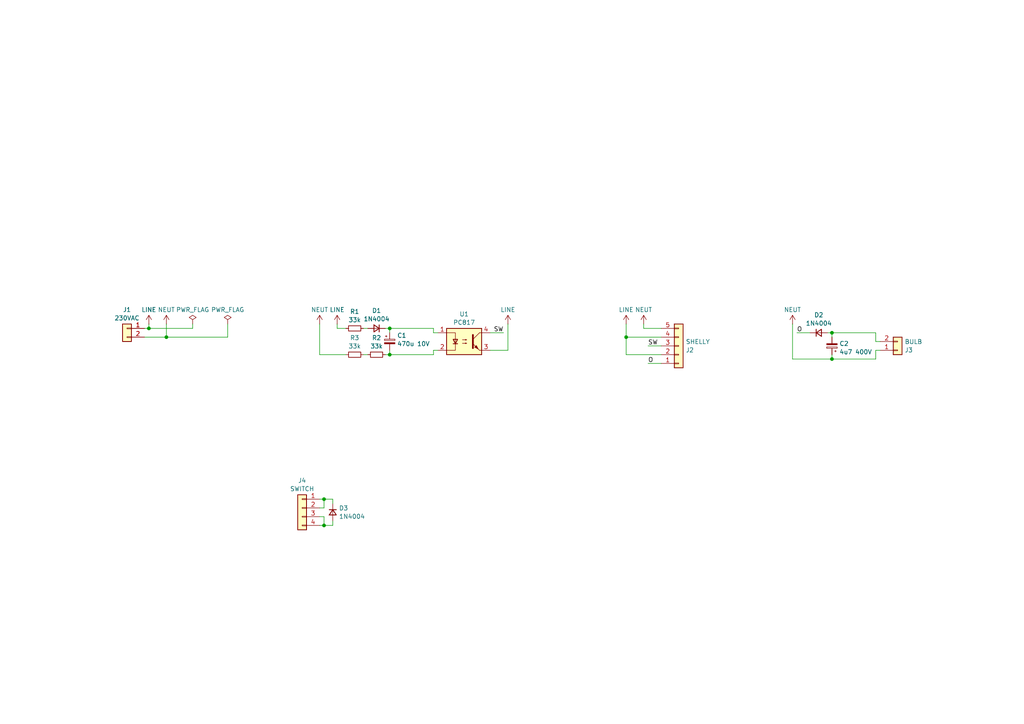
<source format=kicad_sch>
(kicad_sch (version 20231120) (generator "eeschema") (generator_version "8.0")
  (paper "A4")
  (lib_symbols
    (symbol "Connector_Generic:Conn_01x02" (pin_names (offset 1.016) hide)
      (property "Reference" "J" (at 0 2.54 0))
      (property "Value" "Conn_01x02" (at 0 -5.08 0))
      (symbol "Conn_01x02_1_1"
        (rectangle (start -1.27 -2.413) (end 0 -2.667) (stroke (width 0.1524)))
        (rectangle (start -1.27 0.127) (end 0 -0.127) (stroke (width 0.1524)))
        (rectangle (start -1.27 1.27) (end 1.27 -3.81) (stroke (width 0.254)) (fill (type background)))
        (pin passive line (at -5.08 0 0) (length 3.81) (name "Pin_1") (number "1"))
        (pin passive line (at -5.08 -2.54 0) (length 3.81) (name "Pin_2") (number "2"))
      )
    )
    (symbol "Connector_Generic:Conn_01x04" (pin_names (offset 1.016) hide)
      (property "Reference" "J" (at 0 5.08 0))
      (property "Value" "Conn_01x04" (at 0 -7.62 0))
      (symbol "Conn_01x04_1_1"
        (rectangle (start -1.27 -4.953) (end 0 -5.207) (stroke (width 0.1524)))
        (rectangle (start -1.27 -2.413) (end 0 -2.667) (stroke (width 0.1524)))
        (rectangle (start -1.27 0.127) (end 0 -0.127) (stroke (width 0.1524)))
        (rectangle (start -1.27 2.667) (end 0 2.413) (stroke (width 0.1524)))
        (rectangle (start -1.27 3.81) (end 1.27 -6.35) (stroke (width 0.254)) (fill (type background)))
        (pin passive line (at -5.08 2.54 0) (length 3.81) (name "Pin_1") (number "1"))
        (pin passive line (at -5.08 0 0) (length 3.81) (name "Pin_2") (number "2"))
        (pin passive line (at -5.08 -2.54 0) (length 3.81) (name "Pin_3") (number "3"))
        (pin passive line (at -5.08 -5.08 0) (length 3.81) (name "Pin_4") (number "4"))
      )
    )
    (symbol "Connector_Generic:Conn_01x05" (pin_names (offset 1.016) hide)
      (property "Reference" "J" (at 0 7.62 0))
      (property "Value" "Conn_01x05" (at 0 -7.62 0))
      (symbol "Conn_01x05_1_1"
        (rectangle (start -1.27 -4.953) (end 0 -5.207) (stroke (width 0.1524)))
        (rectangle (start -1.27 -2.413) (end 0 -2.667) (stroke (width 0.1524)))
        (rectangle (start -1.27 0.127) (end 0 -0.127) (stroke (width 0.1524)))
        (rectangle (start -1.27 2.667) (end 0 2.413) (stroke (width 0.1524)))
        (rectangle (start -1.27 5.207) (end 0 4.953) (stroke (width 0.1524)))
        (rectangle (start -1.27 6.35) (end 1.27 -6.35) (stroke (width 0.254)) (fill (type background)))
        (pin passive line (at -5.08 5.08 0) (length 3.81) (name "Pin_1") (number "1"))
        (pin passive line (at -5.08 2.54 0) (length 3.81) (name "Pin_2") (number "2"))
        (pin passive line (at -5.08 0 0) (length 3.81) (name "Pin_3") (number "3"))
        (pin passive line (at -5.08 -2.54 0) (length 3.81) (name "Pin_4") (number "4"))
        (pin passive line (at -5.08 -5.08 0) (length 3.81) (name "Pin_5") (number "5"))
      )
    )
    (symbol "Device:C_Polarized_Small" (pin_numbers hide) (pin_names (offset 0.254) hide)
      (property "Reference" "C" (at 0.254 1.778 0))
      (property "Value" "C_Polarized_Small" (at 0.254 -2.032 0))
      (symbol "C_Polarized_Small_0_1"
        (rectangle (start -1.524 -0.3048) (end 1.524 -0.6858) (fill (type outline)))
        (rectangle (start -1.524 0.6858) (end 1.524 0.3048))
        (polyline (pts (xy -1.27 1.524) (xy -0.762 1.524)))
        (polyline (pts (xy -1.016 1.27) (xy -1.016 1.778)))
      )
      (symbol "C_Polarized_Small_1_1"
        (pin passive line (at 0 2.54 270) (length 1.8542) (name "~") (number "1"))
        (pin passive line (at 0 -2.54 90) (length 1.8542) (name "~") (number "2"))
      )
    )
    (symbol "Device:D_Small" (pin_numbers hide) (pin_names (offset 0.254) hide)
      (property "Reference" "D" (at -1.27 2.032 0))
      (property "Value" "D_Small" (at -3.81 -2.032 0))
      (symbol "D_Small_0_1"
        (polyline (pts (xy -0.762 -1.016) (xy -0.762 1.016)) (stroke (width 0.254)))
        (polyline (pts (xy -0.762 0) (xy 0.762 0)))
        (polyline (pts (xy 0.762 -1.016) (xy -0.762 0) (xy 0.762 1.016) (xy 0.762 -1.016)) (stroke (width 0.254)))
      )
      (symbol "D_Small_1_1"
        (pin passive line (at -2.54 0 0) (length 1.778) (name "K") (number "1"))
        (pin passive line (at 2.54 0 180) (length 1.778) (name "A") (number "2"))
      )
    )
    (symbol "Device:R_Small" (pin_numbers hide) (pin_names (offset 0.254) hide)
      (property "Reference" "R" (at 0.762 0.508 0))
      (property "Value" "R_Small" (at 0.762 -1.016 0))
      (symbol "R_Small_0_1"
        (rectangle (start -0.762 1.778) (end 0.762 -1.778) (stroke (width 0.2032)))
      )
      (symbol "R_Small_1_1"
        (pin passive line (at 0 2.54 270) (length 0.762) (name "~") (number "1"))
        (pin passive line (at 0 -2.54 90) (length 0.762) (name "~") (number "2"))
      )
    )
    (symbol "Isolator:PC817" (pin_names (offset 1.016))
      (property "Reference" "U" (at -5.08 5.08 0))
      (property "Value" "PC817" (at 0 5.08 0))
      (symbol "PC817_0_1"
        (rectangle (start -5.08 3.81) (end 5.08 -3.81) (stroke (width 0.254)) (fill (type background)))
        (polyline (pts (xy -3.175 -0.635) (xy -1.905 -0.635)) (stroke (width 0.254)))
        (polyline (pts (xy 2.54 0.635) (xy 4.445 2.54)))
        (polyline (pts (xy 4.445 -2.54) (xy 2.54 -0.635)) (fill (type outline)))
        (polyline (pts (xy 4.445 -2.54) (xy 5.08 -2.54)))
        (polyline (pts (xy 4.445 2.54) (xy 5.08 2.54)))
        (polyline (pts (xy -5.08 2.54) (xy -2.54 2.54) (xy -2.54 -0.635)))
        (polyline (pts (xy -2.54 -0.635) (xy -2.54 -2.54) (xy -5.08 -2.54)))
        (polyline (pts (xy 2.54 1.905) (xy 2.54 -1.905) (xy 2.54 -1.905)) (stroke (width 0.508)))
        (polyline (pts (xy -2.54 -0.635) (xy -3.175 0.635) (xy -1.905 0.635) (xy -2.54 -0.635)) (stroke (width 0.254)))
        (polyline (pts (xy -0.508 -0.508) (xy 0.762 -0.508) (xy 0.381 -0.635) (xy 0.381 -0.381) (xy 0.762 -0.508)))
        (polyline (pts (xy -0.508 0.508) (xy 0.762 0.508) (xy 0.381 0.381) (xy 0.381 0.635) (xy 0.762 0.508)))
        (polyline (pts (xy 3.048 -1.651) (xy 3.556 -1.143) (xy 4.064 -2.159) (xy 3.048 -1.651) (xy 3.048 -1.651)) (fill (type outline)))
      )
      (symbol "PC817_1_1"
        (pin passive line (at -7.62 2.54 0) (length 2.54) (name "~") (number "1"))
        (pin passive line (at -7.62 -2.54 0) (length 2.54) (name "~") (number "2"))
        (pin passive line (at 7.62 -2.54 180) (length 2.54) (name "~") (number "3"))
        (pin passive line (at 7.62 2.54 180) (length 2.54) (name "~") (number "4"))
      )
    )
    (symbol "power:LINE" (power) (pin_numbers hide) (pin_names (offset 0) hide)
      (property "Value" "LINE" (at 0 3.556 0))
      (symbol "LINE_0_1"
        (polyline (pts (xy -0.762 1.27) (xy 0 2.54)))
        (polyline (pts (xy 0 0) (xy 0 2.54)))
        (polyline (pts (xy 0 2.54) (xy 0.762 1.27)))
      )
      (symbol "LINE_1_1"
        (pin power_in line (at 0 0 90) (length 0) (name "~") (number "1"))
      )
    )
    (symbol "power:NEUT" (power) (pin_numbers hide) (pin_names (offset 0) hide)
      (property "Value" "NEUT" (at 0 3.556 0))
      (symbol "NEUT_0_1"
        (polyline (pts (xy -0.762 1.27) (xy 0 2.54)))
        (polyline (pts (xy 0 0) (xy 0 2.54)))
        (polyline (pts (xy 0 2.54) (xy 0.762 1.27)))
      )
      (symbol "NEUT_1_1"
        (pin power_in line (at 0 0 90) (length 0) (name "~") (number "1"))
      )
    )
    (symbol "power:PWR_FLAG" (power) (pin_numbers hide) (pin_names (offset 0) hide)
      (property "Value" "PWR_FLAG" (at 0 3.81 0))
      (symbol "PWR_FLAG_0_0"
        (pin power_out line (at 0 0 90) (length 0) (name "~") (number "1"))
      )
      (symbol "PWR_FLAG_0_1"
        (polyline (pts (xy 0 0) (xy 0 1.27) (xy -1.016 1.905) (xy 0 2.54) (xy 1.016 1.905) (xy 0 1.27)))
      )
    )
  )
  (junction (at 93.98 144.78))
  (junction (at 241.3 104.14))
  (junction (at 93.98 152.4))
  (junction (at 241.3 96.52))
  (junction (at 113.03 95.25))
  (junction (at 48.26 97.79))
  (junction (at 43.18 95.25))
  (junction (at 113.03 102.87))
  (junction (at 181.61 97.79))
  (wire (pts (xy 92.71 149.86) (xy 93.98 149.86)))
  (wire (pts (xy 105.41 102.87) (xy 106.68 102.87)))
  (wire (pts (xy 93.98 144.78) (xy 92.71 144.78)))
  (wire (pts (xy 187.96 100.33) (xy 191.77 100.33)))
  (wire (pts (xy 147.32 93.98) (xy 147.32 101.6)))
  (wire (pts (xy 96.52 152.4) (xy 93.98 152.4)))
  (wire (pts (xy 55.88 95.25) (xy 43.18 95.25)))
  (wire (pts (xy 142.24 96.52) (xy 146.05 96.52)))
  (wire (pts (xy 93.98 149.86) (xy 93.98 152.4)))
  (wire (pts (xy 92.71 102.87) (xy 92.71 93.98)))
  (wire (pts (xy 186.69 93.98) (xy 186.69 95.25)))
  (wire (pts (xy 181.61 93.98) (xy 181.61 97.79)))
  (wire (pts (xy 241.3 104.14) (xy 254 104.14)))
  (wire (pts (xy 181.61 97.79) (xy 191.77 97.79)))
  (wire (pts (xy 125.73 101.6) (xy 127 101.6)))
  (wire (pts (xy 96.52 144.78) (xy 93.98 144.78)))
  (wire (pts (xy 113.03 101.6) (xy 113.03 102.87)))
  (wire (pts (xy 97.79 93.98) (xy 97.79 95.25)))
  (wire (pts (xy 48.26 97.79) (xy 41.91 97.79)))
  (wire (pts (xy 113.03 95.25) (xy 125.73 95.25)))
  (wire (pts (xy 187.96 105.41) (xy 191.77 105.41)))
  (wire (pts (xy 100.33 102.87) (xy 92.71 102.87)))
  (wire (pts (xy 66.04 97.79) (xy 48.26 97.79)))
  (wire (pts (xy 147.32 101.6) (xy 142.24 101.6)))
  (wire (pts (xy 229.87 93.98) (xy 229.87 104.14)))
  (wire (pts (xy 55.88 93.98) (xy 55.88 95.25)))
  (wire (pts (xy 97.79 95.25) (xy 100.33 95.25)))
  (wire (pts (xy 93.98 147.32) (xy 93.98 144.78)))
  (wire (pts (xy 181.61 102.87) (xy 191.77 102.87)))
  (wire (pts (xy 241.3 96.52) (xy 254 96.52)))
  (wire (pts (xy 113.03 102.87) (xy 125.73 102.87)))
  (wire (pts (xy 93.98 152.4) (xy 92.71 152.4)))
  (wire (pts (xy 43.18 93.98) (xy 43.18 95.25)))
  (wire (pts (xy 66.04 93.98) (xy 66.04 97.79)))
  (wire (pts (xy 254 104.14) (xy 254 101.6)))
  (wire (pts (xy 105.41 95.25) (xy 106.68 95.25)))
  (wire (pts (xy 111.76 95.25) (xy 113.03 95.25)))
  (wire (pts (xy 125.73 102.87) (xy 125.73 101.6)))
  (wire (pts (xy 96.52 146.05) (xy 96.52 144.78)))
  (wire (pts (xy 241.3 96.52) (xy 241.3 97.79)))
  (wire (pts (xy 186.69 95.25) (xy 191.77 95.25)))
  (wire (pts (xy 229.87 104.14) (xy 241.3 104.14)))
  (wire (pts (xy 113.03 95.25) (xy 113.03 96.52)))
  (wire (pts (xy 43.18 95.25) (xy 41.91 95.25)))
  (wire (pts (xy 48.26 93.98) (xy 48.26 97.79)))
  (wire (pts (xy 240.03 96.52) (xy 241.3 96.52)))
  (wire (pts (xy 96.52 151.13) (xy 96.52 152.4)))
  (wire (pts (xy 125.73 96.52) (xy 127 96.52)))
  (wire (pts (xy 241.3 102.87) (xy 241.3 104.14)))
  (wire (pts (xy 92.71 147.32) (xy 93.98 147.32)))
  (wire (pts (xy 254 96.52) (xy 254 99.06)))
  (wire (pts (xy 254 99.06) (xy 255.27 99.06)))
  (wire (pts (xy 111.76 102.87) (xy 113.03 102.87)))
  (wire (pts (xy 231.14 96.52) (xy 234.95 96.52)))
  (wire (pts (xy 254 101.6) (xy 255.27 101.6)))
  (wire (pts (xy 125.73 95.25) (xy 125.73 96.52)))
  (wire (pts (xy 181.61 97.79) (xy 181.61 102.87)))
  (label "SW" (at 146.05 96.52 180))
  (label "O" (at 187.96 105.41 0))
  (label "SW" (at 187.96 100.33 0))
  (label "O" (at 231.14 96.52 0))
  (symbol (lib_id "Isolator:PC817") (at 134.62 99.06 0) (unit 1)
    (property "Reference" "U1" (at 134.62 91.1055 0))
    (property "Value" "PC817" (at 134.62 93.5298 0))
    (property "Footprint" "Package_DIP:DIP-4_W7.62mm" (effects (hide yes)))
    (property "Datasheet" "http://www.soselectronic.cz/a_info/resource/d/pc817.pdf" (effects (hide yes)))
    (property "Description" "DC Optocoupler, Vce 35V, CTR 50-300%, DIP-4" (effects (hide yes)))
  )
  (symbol (lib_id "Device:D_Small") (at 96.52 148.59 270) (unit 1)
    (property "Reference" "D3" (at 98.298 147.3778 90) (effects (justify left)))
    (property "Value" "1N4004" (at 98.298 149.8021 90) (effects (justify left)))
    (property "Footprint" "Diode_THT:D_DO-41_SOD81_P7.62mm_Horizontal" (effects (hide yes)))
    (property "Description" "Diode, small symbol" (effects (hide yes)))
    (property "Sim.Device" "D" (effects (hide yes)))
    (property "Sim.Pins" "1=K 2=A" (effects (hide yes)))
  )
  (symbol (lib_id "Device:C_Polarized_Small") (at 113.03 99.06 0) (unit 1)
    (property "Reference" "C1" (at 115.189 97.3017 0) (effects (justify left)))
    (property "Value" "470u 10V" (at 115.189 99.726 0) (effects (justify left)))
    (property "Footprint" "Capacitor_THT:CP_Radial_D10.0mm_P5.00mm" (effects (hide yes)))
    (property "Description" "Polarized capacitor, small symbol" (effects (hide yes)))
  )
  (symbol (lib_id "power:LINE") (at 181.61 93.98 0) (unit 1)
    (property "Reference" "#PWR05" (effects (hide yes)))
    (property "Value" "LINE" (at 181.61 89.8469 0))
    (property "Description" "Power symbol creates a global label with name \"LINE\"" (effects (hide yes)))
  )
  (symbol (lib_id "Device:D_Small") (at 237.49 96.52 0) (unit 1)
    (property "Reference" "D2" (at 237.49 91.3595 0))
    (property "Value" "1N4004" (at 237.49 93.7838 0))
    (property "Footprint" "Diode_THT:D_DO-41_SOD81_P7.62mm_Horizontal" (effects (hide yes)))
    (property "Description" "Diode, small symbol" (effects (hide yes)))
    (property "Sim.Device" "D" (effects (hide yes)))
    (property "Sim.Pins" "1=K 2=A" (effects (hide yes)))
  )
  (symbol (lib_id "Device:R_Small") (at 109.22 102.87 90) (unit 1)
    (property "Reference" "R2" (at 109.22 97.9889 90))
    (property "Value" "33k" (at 109.22 100.4132 90))
    (property "Footprint" "Resistor_THT:R_Axial_DIN0207_L6.3mm_D2.5mm_P7.62mm_Horizontal" (effects (hide yes)))
    (property "Description" "Resistor, small symbol" (effects (hide yes)))
  )
  (symbol (lib_id "power:NEUT") (at 186.69 93.98 0) (unit 1)
    (property "Reference" "#PWR06" (effects (hide yes)))
    (property "Value" "NEUT" (at 186.69 89.8469 0))
    (property "Description" "Power symbol creates a global label with name \"NEUT\"" (effects (hide yes)))
  )
  (symbol (lib_id "Device:R_Small") (at 102.87 102.87 90) (unit 1)
    (property "Reference" "R3" (at 102.87 97.9889 90))
    (property "Value" "33k" (at 102.87 100.4132 90))
    (property "Footprint" "Resistor_THT:R_Axial_DIN0207_L6.3mm_D2.5mm_P7.62mm_Horizontal" (effects (hide yes)))
    (property "Description" "Resistor, small symbol" (effects (hide yes)))
  )
  (symbol (lib_id "Connector_Generic:Conn_01x05") (at 196.85 100.33 0) (mirror x) (unit 1)
    (property "Reference" "J2" (at 198.882 101.5422 0) (effects (justify left)))
    (property "Value" "SHELLY" (at 198.882 99.1179 0) (effects (justify left)))
    (property "Footprint" "chaotic-neutral:Wago_2604-1105_1x05_P5.00mm_Horizontal" (effects (hide yes)))
    (property "Description" "Generic connector, single row, 01x05, script generated (kicad-library-utils/schlib/autogen/connector/)" (effects (hide yes)))
  )
  (symbol (lib_id "power:NEUT") (at 48.26 93.98 0) (unit 1)
    (property "Reference" "#PWR02" (effects (hide yes)))
    (property "Value" "NEUT" (at 48.26 89.8469 0))
    (property "Description" "Power symbol creates a global label with name \"NEUT\"" (effects (hide yes)))
  )
  (symbol (lib_id "power:PWR_FLAG") (at 66.04 93.98 0) (unit 1)
    (property "Reference" "#FLG02" (effects (hide yes)))
    (property "Value" "PWR_FLAG" (at 66.04 89.8469 0))
    (property "Description" "Special symbol for telling ERC where power comes from" (effects (hide yes)))
  )
  (symbol (lib_id "power:PWR_FLAG") (at 55.88 93.98 0) (unit 1)
    (property "Reference" "#FLG01" (effects (hide yes)))
    (property "Value" "PWR_FLAG" (at 55.88 89.8469 0))
    (property "Description" "Special symbol for telling ERC where power comes from" (effects (hide yes)))
  )
  (symbol (lib_id "power:LINE") (at 43.18 93.98 0) (unit 1)
    (property "Reference" "#PWR01" (effects (hide yes)))
    (property "Value" "LINE" (at 43.18 89.8469 0))
    (property "Description" "Power symbol creates a global label with name \"LINE\"" (effects (hide yes)))
  )
  (symbol (lib_id "Device:C_Polarized_Small") (at 241.3 100.33 180) (unit 1)
    (property "Reference" "C2" (at 243.459 99.6639 0) (effects (justify right)))
    (property "Value" "4u7 400V" (at 243.459 102.0882 0) (effects (justify right)))
    (property "Footprint" "Capacitor_THT:CP_Radial_D10.0mm_P5.00mm" (effects (hide yes)))
    (property "Description" "Polarized capacitor, small symbol" (effects (hide yes)))
  )
  (symbol (lib_id "Connector_Generic:Conn_01x02") (at 36.83 95.25 0) (mirror y) (unit 1)
    (property "Reference" "J1" (at 36.83 89.8355 0))
    (property "Value" "230VAC" (at 36.83 92.2598 0))
    (property "Footprint" "chaotic-neutral:Wago_2604-1102_1x02_P5.00mm_Horizontal" (effects (hide yes)))
    (property "Description" "Generic connector, single row, 01x02, script generated (kicad-library-utils/schlib/autogen/connector/)" (effects (hide yes)))
  )
  (symbol (lib_id "power:NEUT") (at 229.87 93.98 0) (unit 1)
    (property "Reference" "#PWR08" (effects (hide yes)))
    (property "Value" "NEUT" (at 229.87 89.8469 0))
    (property "Description" "Power symbol creates a global label with name \"NEUT\"" (effects (hide yes)))
  )
  (symbol (lib_id "Connector_Generic:Conn_01x04") (at 87.63 147.32 0) (mirror y) (unit 1)
    (property "Reference" "J4" (at 87.63 139.3655 0))
    (property "Value" "SWITCH" (at 87.63 141.7898 0))
    (property "Footprint" "chaotic-neutral:Wago_2604-1104_1x04_P5.00mm_Horizontal" (effects (hide yes)))
    (property "Description" "Generic connector, single row, 01x04, script generated (kicad-library-utils/schlib/autogen/connector/)" (effects (hide yes)))
  )
  (symbol (lib_id "power:LINE") (at 147.32 93.98 0) (unit 1)
    (property "Reference" "#PWR07" (effects (hide yes)))
    (property "Value" "LINE" (at 147.32 89.8469 0))
    (property "Description" "Power symbol creates a global label with name \"LINE\"" (effects (hide yes)))
  )
  (symbol (lib_id "power:LINE") (at 97.79 93.98 0) (unit 1)
    (property "Reference" "#PWR03" (effects (hide yes)))
    (property "Value" "LINE" (at 97.79 89.8469 0))
    (property "Description" "Power symbol creates a global label with name \"LINE\"" (effects (hide yes)))
  )
  (symbol (lib_id "Device:D_Small") (at 109.22 95.25 180) (unit 1)
    (property "Reference" "D1" (at 109.22 90.0895 0))
    (property "Value" "1N4004" (at 109.22 92.5138 0))
    (property "Footprint" "Diode_THT:D_DO-41_SOD81_P7.62mm_Horizontal" (effects (hide yes)))
    (property "Description" "Diode, small symbol" (effects (hide yes)))
    (property "Sim.Device" "D" (effects (hide yes)))
    (property "Sim.Pins" "1=K 2=A" (effects (hide yes)))
  )
  (symbol (lib_id "power:NEUT") (at 92.71 93.98 0) (unit 1)
    (property "Reference" "#PWR04" (effects (hide yes)))
    (property "Value" "NEUT" (at 92.71 89.8469 0))
    (property "Description" "Power symbol creates a global label with name \"NEUT\"" (effects (hide yes)))
  )
  (symbol (lib_id "Device:R_Small") (at 102.87 95.25 90) (unit 1)
    (property "Reference" "R1" (at 102.87 90.3689 90))
    (property "Value" "33k" (at 102.87 92.7932 90))
    (property "Footprint" "Resistor_THT:R_Axial_DIN0207_L6.3mm_D2.5mm_P7.62mm_Horizontal" (effects (hide yes)))
    (property "Description" "Resistor, small symbol" (effects (hide yes)))
  )
  (symbol (lib_id "Connector_Generic:Conn_01x02") (at 260.35 101.6 0) (mirror x) (unit 1)
    (property "Reference" "J3" (at 262.382 101.5422 0) (effects (justify left)))
    (property "Value" "BULB" (at 262.382 99.1179 0) (effects (justify left)))
    (property "Footprint" "chaotic-neutral:Wago_2604-1102_1x02_P5.00mm_Horizontal" (effects (hide yes)))
    (property "Description" "Generic connector, single row, 01x02, script generated (kicad-library-utils/schlib/autogen/connector/)" (effects (hide yes)))
  )
)
</source>
